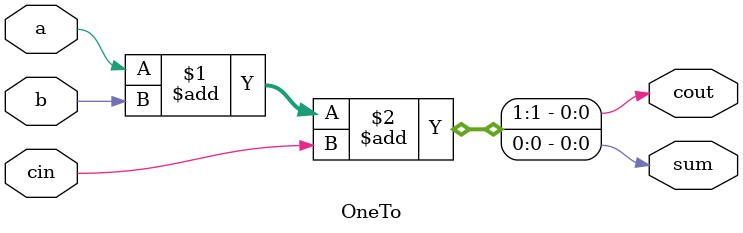
<source format=v>
module OneTo (a,b,cin,cout,sum);
input a,b,cin;
output cout,sum;
assign {cout,sum} = a+b+cin;
endmodule

</source>
